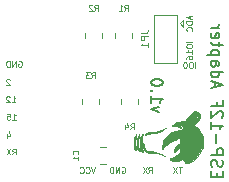
<source format=gbr>
%TF.GenerationSoftware,KiCad,Pcbnew,7.0.7*%
%TF.CreationDate,2024-02-13T12:42:50+00:00*%
%TF.ProjectId,gosund-esp-adapter,676f7375-6e64-42d6-9573-702d61646170,rev?*%
%TF.SameCoordinates,Original*%
%TF.FileFunction,Legend,Bot*%
%TF.FilePolarity,Positive*%
%FSLAX46Y46*%
G04 Gerber Fmt 4.6, Leading zero omitted, Abs format (unit mm)*
G04 Created by KiCad (PCBNEW 7.0.7) date 2024-02-13 12:42:50*
%MOMM*%
%LPD*%
G01*
G04 APERTURE LIST*
%ADD10C,0.150000*%
%ADD11C,0.125000*%
%ADD12C,0.010000*%
%ADD13C,0.120000*%
G04 APERTURE END LIST*
D10*
X162517847Y-117252570D02*
X161851180Y-117014475D01*
X161851180Y-117014475D02*
X162517847Y-116776380D01*
X161851180Y-115871618D02*
X161851180Y-116443046D01*
X161851180Y-116157332D02*
X162851180Y-116157332D01*
X162851180Y-116157332D02*
X162708323Y-116252570D01*
X162708323Y-116252570D02*
X162613085Y-116347808D01*
X162613085Y-116347808D02*
X162565466Y-116443046D01*
X161946419Y-115443046D02*
X161898800Y-115395427D01*
X161898800Y-115395427D02*
X161851180Y-115443046D01*
X161851180Y-115443046D02*
X161898800Y-115490665D01*
X161898800Y-115490665D02*
X161946419Y-115443046D01*
X161946419Y-115443046D02*
X161851180Y-115443046D01*
X162851180Y-114776380D02*
X162851180Y-114681142D01*
X162851180Y-114681142D02*
X162803561Y-114585904D01*
X162803561Y-114585904D02*
X162755942Y-114538285D01*
X162755942Y-114538285D02*
X162660704Y-114490666D01*
X162660704Y-114490666D02*
X162470228Y-114443047D01*
X162470228Y-114443047D02*
X162232133Y-114443047D01*
X162232133Y-114443047D02*
X162041657Y-114490666D01*
X162041657Y-114490666D02*
X161946419Y-114538285D01*
X161946419Y-114538285D02*
X161898800Y-114585904D01*
X161898800Y-114585904D02*
X161851180Y-114681142D01*
X161851180Y-114681142D02*
X161851180Y-114776380D01*
X161851180Y-114776380D02*
X161898800Y-114871618D01*
X161898800Y-114871618D02*
X161946419Y-114919237D01*
X161946419Y-114919237D02*
X162041657Y-114966856D01*
X162041657Y-114966856D02*
X162232133Y-115014475D01*
X162232133Y-115014475D02*
X162470228Y-115014475D01*
X162470228Y-115014475D02*
X162660704Y-114966856D01*
X162660704Y-114966856D02*
X162755942Y-114919237D01*
X162755942Y-114919237D02*
X162803561Y-114871618D01*
X162803561Y-114871618D02*
X162851180Y-114776380D01*
D11*
X150056463Y-116404409D02*
X150342177Y-116404409D01*
X150199320Y-116404409D02*
X150199320Y-115904409D01*
X150199320Y-115904409D02*
X150246939Y-115975838D01*
X150246939Y-115975838D02*
X150294558Y-116023457D01*
X150294558Y-116023457D02*
X150342177Y-116047266D01*
X149865987Y-115952028D02*
X149842178Y-115928219D01*
X149842178Y-115928219D02*
X149794559Y-115904409D01*
X149794559Y-115904409D02*
X149675511Y-115904409D01*
X149675511Y-115904409D02*
X149627892Y-115928219D01*
X149627892Y-115928219D02*
X149604083Y-115952028D01*
X149604083Y-115952028D02*
X149580273Y-115999647D01*
X149580273Y-115999647D02*
X149580273Y-116047266D01*
X149580273Y-116047266D02*
X149604083Y-116118695D01*
X149604083Y-116118695D02*
X149889797Y-116404409D01*
X149889797Y-116404409D02*
X149580273Y-116404409D01*
X149865987Y-114478828D02*
X149842178Y-114455019D01*
X149842178Y-114455019D02*
X149794559Y-114431209D01*
X149794559Y-114431209D02*
X149675511Y-114431209D01*
X149675511Y-114431209D02*
X149627892Y-114455019D01*
X149627892Y-114455019D02*
X149604083Y-114478828D01*
X149604083Y-114478828D02*
X149580273Y-114526447D01*
X149580273Y-114526447D02*
X149580273Y-114574066D01*
X149580273Y-114574066D02*
X149604083Y-114645495D01*
X149604083Y-114645495D02*
X149889797Y-114931209D01*
X149889797Y-114931209D02*
X149580273Y-114931209D01*
X150627893Y-112931019D02*
X150675512Y-112907209D01*
X150675512Y-112907209D02*
X150746941Y-112907209D01*
X150746941Y-112907209D02*
X150818369Y-112931019D01*
X150818369Y-112931019D02*
X150865988Y-112978638D01*
X150865988Y-112978638D02*
X150889798Y-113026257D01*
X150889798Y-113026257D02*
X150913607Y-113121495D01*
X150913607Y-113121495D02*
X150913607Y-113192923D01*
X150913607Y-113192923D02*
X150889798Y-113288161D01*
X150889798Y-113288161D02*
X150865988Y-113335780D01*
X150865988Y-113335780D02*
X150818369Y-113383400D01*
X150818369Y-113383400D02*
X150746941Y-113407209D01*
X150746941Y-113407209D02*
X150699322Y-113407209D01*
X150699322Y-113407209D02*
X150627893Y-113383400D01*
X150627893Y-113383400D02*
X150604084Y-113359590D01*
X150604084Y-113359590D02*
X150604084Y-113192923D01*
X150604084Y-113192923D02*
X150699322Y-113192923D01*
X150389798Y-113407209D02*
X150389798Y-112907209D01*
X150389798Y-112907209D02*
X150104084Y-113407209D01*
X150104084Y-113407209D02*
X150104084Y-112907209D01*
X149865988Y-113407209D02*
X149865988Y-112907209D01*
X149865988Y-112907209D02*
X149746940Y-112907209D01*
X149746940Y-112907209D02*
X149675512Y-112931019D01*
X149675512Y-112931019D02*
X149627893Y-112978638D01*
X149627893Y-112978638D02*
X149604083Y-113026257D01*
X149604083Y-113026257D02*
X149580274Y-113121495D01*
X149580274Y-113121495D02*
X149580274Y-113192923D01*
X149580274Y-113192923D02*
X149604083Y-113288161D01*
X149604083Y-113288161D02*
X149627893Y-113335780D01*
X149627893Y-113335780D02*
X149675512Y-113383400D01*
X149675512Y-113383400D02*
X149746940Y-113407209D01*
X149746940Y-113407209D02*
X149865988Y-113407209D01*
X150107264Y-120824009D02*
X150273930Y-120585914D01*
X150392978Y-120824009D02*
X150392978Y-120324009D01*
X150392978Y-120324009D02*
X150202502Y-120324009D01*
X150202502Y-120324009D02*
X150154883Y-120347819D01*
X150154883Y-120347819D02*
X150131073Y-120371628D01*
X150131073Y-120371628D02*
X150107264Y-120419247D01*
X150107264Y-120419247D02*
X150107264Y-120490676D01*
X150107264Y-120490676D02*
X150131073Y-120538295D01*
X150131073Y-120538295D02*
X150154883Y-120562104D01*
X150154883Y-120562104D02*
X150202502Y-120585914D01*
X150202502Y-120585914D02*
X150392978Y-120585914D01*
X149940597Y-120324009D02*
X149607264Y-120824009D01*
X149607264Y-120324009D02*
X149940597Y-120824009D01*
X165324809Y-111275905D02*
X164824809Y-111275905D01*
X164824809Y-111609238D02*
X164824809Y-111704476D01*
X164824809Y-111704476D02*
X164848619Y-111752095D01*
X164848619Y-111752095D02*
X164896238Y-111799714D01*
X164896238Y-111799714D02*
X164991476Y-111823524D01*
X164991476Y-111823524D02*
X165158142Y-111823524D01*
X165158142Y-111823524D02*
X165253380Y-111799714D01*
X165253380Y-111799714D02*
X165301000Y-111752095D01*
X165301000Y-111752095D02*
X165324809Y-111704476D01*
X165324809Y-111704476D02*
X165324809Y-111609238D01*
X165324809Y-111609238D02*
X165301000Y-111561619D01*
X165301000Y-111561619D02*
X165253380Y-111514000D01*
X165253380Y-111514000D02*
X165158142Y-111490191D01*
X165158142Y-111490191D02*
X164991476Y-111490191D01*
X164991476Y-111490191D02*
X164896238Y-111514000D01*
X164896238Y-111514000D02*
X164848619Y-111561619D01*
X164848619Y-111561619D02*
X164824809Y-111609238D01*
X165324809Y-112299715D02*
X165324809Y-112014001D01*
X165324809Y-112156858D02*
X164824809Y-112156858D01*
X164824809Y-112156858D02*
X164896238Y-112109239D01*
X164896238Y-112109239D02*
X164943857Y-112061620D01*
X164943857Y-112061620D02*
X164967666Y-112014001D01*
X164824809Y-112728286D02*
X164824809Y-112633048D01*
X164824809Y-112633048D02*
X164848619Y-112585429D01*
X164848619Y-112585429D02*
X164872428Y-112561619D01*
X164872428Y-112561619D02*
X164943857Y-112514000D01*
X164943857Y-112514000D02*
X165039095Y-112490191D01*
X165039095Y-112490191D02*
X165229571Y-112490191D01*
X165229571Y-112490191D02*
X165277190Y-112514000D01*
X165277190Y-112514000D02*
X165301000Y-112537810D01*
X165301000Y-112537810D02*
X165324809Y-112585429D01*
X165324809Y-112585429D02*
X165324809Y-112680667D01*
X165324809Y-112680667D02*
X165301000Y-112728286D01*
X165301000Y-112728286D02*
X165277190Y-112752095D01*
X165277190Y-112752095D02*
X165229571Y-112775905D01*
X165229571Y-112775905D02*
X165110523Y-112775905D01*
X165110523Y-112775905D02*
X165062904Y-112752095D01*
X165062904Y-112752095D02*
X165039095Y-112728286D01*
X165039095Y-112728286D02*
X165015285Y-112680667D01*
X165015285Y-112680667D02*
X165015285Y-112585429D01*
X165015285Y-112585429D02*
X165039095Y-112537810D01*
X165039095Y-112537810D02*
X165062904Y-112514000D01*
X165062904Y-112514000D02*
X165110523Y-112490191D01*
X164464951Y-121898809D02*
X164179237Y-121898809D01*
X164322094Y-122398809D02*
X164322094Y-121898809D01*
X164060190Y-121898809D02*
X163726857Y-122398809D01*
X163726857Y-121898809D02*
X164060190Y-122398809D01*
X159384952Y-121922619D02*
X159432571Y-121898809D01*
X159432571Y-121898809D02*
X159504000Y-121898809D01*
X159504000Y-121898809D02*
X159575428Y-121922619D01*
X159575428Y-121922619D02*
X159623047Y-121970238D01*
X159623047Y-121970238D02*
X159646857Y-122017857D01*
X159646857Y-122017857D02*
X159670666Y-122113095D01*
X159670666Y-122113095D02*
X159670666Y-122184523D01*
X159670666Y-122184523D02*
X159646857Y-122279761D01*
X159646857Y-122279761D02*
X159623047Y-122327380D01*
X159623047Y-122327380D02*
X159575428Y-122375000D01*
X159575428Y-122375000D02*
X159504000Y-122398809D01*
X159504000Y-122398809D02*
X159456381Y-122398809D01*
X159456381Y-122398809D02*
X159384952Y-122375000D01*
X159384952Y-122375000D02*
X159361143Y-122351190D01*
X159361143Y-122351190D02*
X159361143Y-122184523D01*
X159361143Y-122184523D02*
X159456381Y-122184523D01*
X159146857Y-122398809D02*
X159146857Y-121898809D01*
X159146857Y-121898809D02*
X158861143Y-122398809D01*
X158861143Y-122398809D02*
X158861143Y-121898809D01*
X158623047Y-122398809D02*
X158623047Y-121898809D01*
X158623047Y-121898809D02*
X158503999Y-121898809D01*
X158503999Y-121898809D02*
X158432571Y-121922619D01*
X158432571Y-121922619D02*
X158384952Y-121970238D01*
X158384952Y-121970238D02*
X158361142Y-122017857D01*
X158361142Y-122017857D02*
X158337333Y-122113095D01*
X158337333Y-122113095D02*
X158337333Y-122184523D01*
X158337333Y-122184523D02*
X158361142Y-122279761D01*
X158361142Y-122279761D02*
X158384952Y-122327380D01*
X158384952Y-122327380D02*
X158432571Y-122375000D01*
X158432571Y-122375000D02*
X158503999Y-122398809D01*
X158503999Y-122398809D02*
X158623047Y-122398809D01*
X161627333Y-122398809D02*
X161793999Y-122160714D01*
X161913047Y-122398809D02*
X161913047Y-121898809D01*
X161913047Y-121898809D02*
X161722571Y-121898809D01*
X161722571Y-121898809D02*
X161674952Y-121922619D01*
X161674952Y-121922619D02*
X161651142Y-121946428D01*
X161651142Y-121946428D02*
X161627333Y-121994047D01*
X161627333Y-121994047D02*
X161627333Y-122065476D01*
X161627333Y-122065476D02*
X161651142Y-122113095D01*
X161651142Y-122113095D02*
X161674952Y-122136904D01*
X161674952Y-122136904D02*
X161722571Y-122160714D01*
X161722571Y-122160714D02*
X161913047Y-122160714D01*
X161460666Y-121898809D02*
X161127333Y-122398809D01*
X161127333Y-121898809D02*
X161460666Y-122398809D01*
X149678692Y-119068276D02*
X149678692Y-119401609D01*
X149797740Y-118877800D02*
X149916787Y-119234942D01*
X149916787Y-119234942D02*
X149607264Y-119234942D01*
D10*
X167454990Y-122712952D02*
X167454990Y-122379619D01*
X166931180Y-122236762D02*
X166931180Y-122712952D01*
X166931180Y-122712952D02*
X167931180Y-122712952D01*
X167931180Y-122712952D02*
X167931180Y-122236762D01*
X166978800Y-121855809D02*
X166931180Y-121712952D01*
X166931180Y-121712952D02*
X166931180Y-121474857D01*
X166931180Y-121474857D02*
X166978800Y-121379619D01*
X166978800Y-121379619D02*
X167026419Y-121332000D01*
X167026419Y-121332000D02*
X167121657Y-121284381D01*
X167121657Y-121284381D02*
X167216895Y-121284381D01*
X167216895Y-121284381D02*
X167312133Y-121332000D01*
X167312133Y-121332000D02*
X167359752Y-121379619D01*
X167359752Y-121379619D02*
X167407371Y-121474857D01*
X167407371Y-121474857D02*
X167454990Y-121665333D01*
X167454990Y-121665333D02*
X167502609Y-121760571D01*
X167502609Y-121760571D02*
X167550228Y-121808190D01*
X167550228Y-121808190D02*
X167645466Y-121855809D01*
X167645466Y-121855809D02*
X167740704Y-121855809D01*
X167740704Y-121855809D02*
X167835942Y-121808190D01*
X167835942Y-121808190D02*
X167883561Y-121760571D01*
X167883561Y-121760571D02*
X167931180Y-121665333D01*
X167931180Y-121665333D02*
X167931180Y-121427238D01*
X167931180Y-121427238D02*
X167883561Y-121284381D01*
X166931180Y-120855809D02*
X167931180Y-120855809D01*
X167931180Y-120855809D02*
X167931180Y-120474857D01*
X167931180Y-120474857D02*
X167883561Y-120379619D01*
X167883561Y-120379619D02*
X167835942Y-120332000D01*
X167835942Y-120332000D02*
X167740704Y-120284381D01*
X167740704Y-120284381D02*
X167597847Y-120284381D01*
X167597847Y-120284381D02*
X167502609Y-120332000D01*
X167502609Y-120332000D02*
X167454990Y-120379619D01*
X167454990Y-120379619D02*
X167407371Y-120474857D01*
X167407371Y-120474857D02*
X167407371Y-120855809D01*
X167312133Y-119855809D02*
X167312133Y-119093905D01*
X166931180Y-118093905D02*
X166931180Y-118665333D01*
X166931180Y-118379619D02*
X167931180Y-118379619D01*
X167931180Y-118379619D02*
X167788323Y-118474857D01*
X167788323Y-118474857D02*
X167693085Y-118570095D01*
X167693085Y-118570095D02*
X167645466Y-118665333D01*
X167835942Y-117712952D02*
X167883561Y-117665333D01*
X167883561Y-117665333D02*
X167931180Y-117570095D01*
X167931180Y-117570095D02*
X167931180Y-117332000D01*
X167931180Y-117332000D02*
X167883561Y-117236762D01*
X167883561Y-117236762D02*
X167835942Y-117189143D01*
X167835942Y-117189143D02*
X167740704Y-117141524D01*
X167740704Y-117141524D02*
X167645466Y-117141524D01*
X167645466Y-117141524D02*
X167502609Y-117189143D01*
X167502609Y-117189143D02*
X166931180Y-117760571D01*
X166931180Y-117760571D02*
X166931180Y-117141524D01*
X167454990Y-116379619D02*
X167454990Y-116712952D01*
X166931180Y-116712952D02*
X167931180Y-116712952D01*
X167931180Y-116712952D02*
X167931180Y-116236762D01*
X167216895Y-115141523D02*
X167216895Y-114665333D01*
X166931180Y-115236761D02*
X167931180Y-114903428D01*
X167931180Y-114903428D02*
X166931180Y-114570095D01*
X166931180Y-113808190D02*
X167931180Y-113808190D01*
X166978800Y-113808190D02*
X166931180Y-113903428D01*
X166931180Y-113903428D02*
X166931180Y-114093904D01*
X166931180Y-114093904D02*
X166978800Y-114189142D01*
X166978800Y-114189142D02*
X167026419Y-114236761D01*
X167026419Y-114236761D02*
X167121657Y-114284380D01*
X167121657Y-114284380D02*
X167407371Y-114284380D01*
X167407371Y-114284380D02*
X167502609Y-114236761D01*
X167502609Y-114236761D02*
X167550228Y-114189142D01*
X167550228Y-114189142D02*
X167597847Y-114093904D01*
X167597847Y-114093904D02*
X167597847Y-113903428D01*
X167597847Y-113903428D02*
X167550228Y-113808190D01*
X166931180Y-112903428D02*
X167454990Y-112903428D01*
X167454990Y-112903428D02*
X167550228Y-112951047D01*
X167550228Y-112951047D02*
X167597847Y-113046285D01*
X167597847Y-113046285D02*
X167597847Y-113236761D01*
X167597847Y-113236761D02*
X167550228Y-113331999D01*
X166978800Y-112903428D02*
X166931180Y-112998666D01*
X166931180Y-112998666D02*
X166931180Y-113236761D01*
X166931180Y-113236761D02*
X166978800Y-113331999D01*
X166978800Y-113331999D02*
X167074038Y-113379618D01*
X167074038Y-113379618D02*
X167169276Y-113379618D01*
X167169276Y-113379618D02*
X167264514Y-113331999D01*
X167264514Y-113331999D02*
X167312133Y-113236761D01*
X167312133Y-113236761D02*
X167312133Y-112998666D01*
X167312133Y-112998666D02*
X167359752Y-112903428D01*
X167597847Y-112427237D02*
X166597847Y-112427237D01*
X167550228Y-112427237D02*
X167597847Y-112331999D01*
X167597847Y-112331999D02*
X167597847Y-112141523D01*
X167597847Y-112141523D02*
X167550228Y-112046285D01*
X167550228Y-112046285D02*
X167502609Y-111998666D01*
X167502609Y-111998666D02*
X167407371Y-111951047D01*
X167407371Y-111951047D02*
X167121657Y-111951047D01*
X167121657Y-111951047D02*
X167026419Y-111998666D01*
X167026419Y-111998666D02*
X166978800Y-112046285D01*
X166978800Y-112046285D02*
X166931180Y-112141523D01*
X166931180Y-112141523D02*
X166931180Y-112331999D01*
X166931180Y-112331999D02*
X166978800Y-112427237D01*
X167597847Y-111665332D02*
X167597847Y-111284380D01*
X167931180Y-111522475D02*
X167074038Y-111522475D01*
X167074038Y-111522475D02*
X166978800Y-111474856D01*
X166978800Y-111474856D02*
X166931180Y-111379618D01*
X166931180Y-111379618D02*
X166931180Y-111284380D01*
X166978800Y-110570094D02*
X166931180Y-110665332D01*
X166931180Y-110665332D02*
X166931180Y-110855808D01*
X166931180Y-110855808D02*
X166978800Y-110951046D01*
X166978800Y-110951046D02*
X167074038Y-110998665D01*
X167074038Y-110998665D02*
X167454990Y-110998665D01*
X167454990Y-110998665D02*
X167550228Y-110951046D01*
X167550228Y-110951046D02*
X167597847Y-110855808D01*
X167597847Y-110855808D02*
X167597847Y-110665332D01*
X167597847Y-110665332D02*
X167550228Y-110570094D01*
X167550228Y-110570094D02*
X167454990Y-110522475D01*
X167454990Y-110522475D02*
X167359752Y-110522475D01*
X167359752Y-110522475D02*
X167264514Y-110998665D01*
X166931180Y-110093903D02*
X167597847Y-110093903D01*
X167407371Y-110093903D02*
X167502609Y-110046284D01*
X167502609Y-110046284D02*
X167550228Y-109998665D01*
X167550228Y-109998665D02*
X167597847Y-109903427D01*
X167597847Y-109903427D02*
X167597847Y-109808189D01*
D11*
X165181952Y-109108953D02*
X165181952Y-109347048D01*
X165324809Y-109061334D02*
X164824809Y-109228000D01*
X164824809Y-109228000D02*
X165324809Y-109394667D01*
X165324809Y-109561333D02*
X164824809Y-109561333D01*
X164824809Y-109561333D02*
X164824809Y-109680381D01*
X164824809Y-109680381D02*
X164848619Y-109751809D01*
X164848619Y-109751809D02*
X164896238Y-109799428D01*
X164896238Y-109799428D02*
X164943857Y-109823238D01*
X164943857Y-109823238D02*
X165039095Y-109847047D01*
X165039095Y-109847047D02*
X165110523Y-109847047D01*
X165110523Y-109847047D02*
X165205761Y-109823238D01*
X165205761Y-109823238D02*
X165253380Y-109799428D01*
X165253380Y-109799428D02*
X165301000Y-109751809D01*
X165301000Y-109751809D02*
X165324809Y-109680381D01*
X165324809Y-109680381D02*
X165324809Y-109561333D01*
X165277190Y-110347047D02*
X165301000Y-110323238D01*
X165301000Y-110323238D02*
X165324809Y-110251809D01*
X165324809Y-110251809D02*
X165324809Y-110204190D01*
X165324809Y-110204190D02*
X165301000Y-110132762D01*
X165301000Y-110132762D02*
X165253380Y-110085143D01*
X165253380Y-110085143D02*
X165205761Y-110061333D01*
X165205761Y-110061333D02*
X165110523Y-110037524D01*
X165110523Y-110037524D02*
X165039095Y-110037524D01*
X165039095Y-110037524D02*
X164943857Y-110061333D01*
X164943857Y-110061333D02*
X164896238Y-110085143D01*
X164896238Y-110085143D02*
X164848619Y-110132762D01*
X164848619Y-110132762D02*
X164824809Y-110204190D01*
X164824809Y-110204190D02*
X164824809Y-110251809D01*
X164824809Y-110251809D02*
X164848619Y-110323238D01*
X164848619Y-110323238D02*
X164872428Y-110347047D01*
X165599999Y-113508809D02*
X165599999Y-113008809D01*
X165266666Y-113008809D02*
X165171428Y-113008809D01*
X165171428Y-113008809D02*
X165123809Y-113032619D01*
X165123809Y-113032619D02*
X165076190Y-113080238D01*
X165076190Y-113080238D02*
X165052380Y-113175476D01*
X165052380Y-113175476D02*
X165052380Y-113342142D01*
X165052380Y-113342142D02*
X165076190Y-113437380D01*
X165076190Y-113437380D02*
X165123809Y-113485000D01*
X165123809Y-113485000D02*
X165171428Y-113508809D01*
X165171428Y-113508809D02*
X165266666Y-113508809D01*
X165266666Y-113508809D02*
X165314285Y-113485000D01*
X165314285Y-113485000D02*
X165361904Y-113437380D01*
X165361904Y-113437380D02*
X165385713Y-113342142D01*
X165385713Y-113342142D02*
X165385713Y-113175476D01*
X165385713Y-113175476D02*
X165361904Y-113080238D01*
X165361904Y-113080238D02*
X165314285Y-113032619D01*
X165314285Y-113032619D02*
X165266666Y-113008809D01*
X164742856Y-113008809D02*
X164695237Y-113008809D01*
X164695237Y-113008809D02*
X164647618Y-113032619D01*
X164647618Y-113032619D02*
X164623808Y-113056428D01*
X164623808Y-113056428D02*
X164599999Y-113104047D01*
X164599999Y-113104047D02*
X164576189Y-113199285D01*
X164576189Y-113199285D02*
X164576189Y-113318333D01*
X164576189Y-113318333D02*
X164599999Y-113413571D01*
X164599999Y-113413571D02*
X164623808Y-113461190D01*
X164623808Y-113461190D02*
X164647618Y-113485000D01*
X164647618Y-113485000D02*
X164695237Y-113508809D01*
X164695237Y-113508809D02*
X164742856Y-113508809D01*
X164742856Y-113508809D02*
X164790475Y-113485000D01*
X164790475Y-113485000D02*
X164814284Y-113461190D01*
X164814284Y-113461190D02*
X164838094Y-113413571D01*
X164838094Y-113413571D02*
X164861903Y-113318333D01*
X164861903Y-113318333D02*
X164861903Y-113199285D01*
X164861903Y-113199285D02*
X164838094Y-113104047D01*
X164838094Y-113104047D02*
X164814284Y-113056428D01*
X164814284Y-113056428D02*
X164790475Y-113032619D01*
X164790475Y-113032619D02*
X164742856Y-113008809D01*
X157130665Y-121898809D02*
X156963999Y-122398809D01*
X156963999Y-122398809D02*
X156797332Y-121898809D01*
X156344952Y-122351190D02*
X156368761Y-122375000D01*
X156368761Y-122375000D02*
X156440190Y-122398809D01*
X156440190Y-122398809D02*
X156487809Y-122398809D01*
X156487809Y-122398809D02*
X156559237Y-122375000D01*
X156559237Y-122375000D02*
X156606856Y-122327380D01*
X156606856Y-122327380D02*
X156630666Y-122279761D01*
X156630666Y-122279761D02*
X156654475Y-122184523D01*
X156654475Y-122184523D02*
X156654475Y-122113095D01*
X156654475Y-122113095D02*
X156630666Y-122017857D01*
X156630666Y-122017857D02*
X156606856Y-121970238D01*
X156606856Y-121970238D02*
X156559237Y-121922619D01*
X156559237Y-121922619D02*
X156487809Y-121898809D01*
X156487809Y-121898809D02*
X156440190Y-121898809D01*
X156440190Y-121898809D02*
X156368761Y-121922619D01*
X156368761Y-121922619D02*
X156344952Y-121946428D01*
X155844952Y-122351190D02*
X155868761Y-122375000D01*
X155868761Y-122375000D02*
X155940190Y-122398809D01*
X155940190Y-122398809D02*
X155987809Y-122398809D01*
X155987809Y-122398809D02*
X156059237Y-122375000D01*
X156059237Y-122375000D02*
X156106856Y-122327380D01*
X156106856Y-122327380D02*
X156130666Y-122279761D01*
X156130666Y-122279761D02*
X156154475Y-122184523D01*
X156154475Y-122184523D02*
X156154475Y-122113095D01*
X156154475Y-122113095D02*
X156130666Y-122017857D01*
X156130666Y-122017857D02*
X156106856Y-121970238D01*
X156106856Y-121970238D02*
X156059237Y-121922619D01*
X156059237Y-121922619D02*
X155987809Y-121898809D01*
X155987809Y-121898809D02*
X155940190Y-121898809D01*
X155940190Y-121898809D02*
X155868761Y-121922619D01*
X155868761Y-121922619D02*
X155844952Y-121946428D01*
X150107263Y-117877609D02*
X150392977Y-117877609D01*
X150250120Y-117877609D02*
X150250120Y-117377609D01*
X150250120Y-117377609D02*
X150297739Y-117449038D01*
X150297739Y-117449038D02*
X150345358Y-117496657D01*
X150345358Y-117496657D02*
X150392977Y-117520466D01*
X149654883Y-117377609D02*
X149892978Y-117377609D01*
X149892978Y-117377609D02*
X149916787Y-117615704D01*
X149916787Y-117615704D02*
X149892978Y-117591895D01*
X149892978Y-117591895D02*
X149845359Y-117568085D01*
X149845359Y-117568085D02*
X149726311Y-117568085D01*
X149726311Y-117568085D02*
X149678692Y-117591895D01*
X149678692Y-117591895D02*
X149654883Y-117615704D01*
X149654883Y-117615704D02*
X149631073Y-117663323D01*
X149631073Y-117663323D02*
X149631073Y-117782371D01*
X149631073Y-117782371D02*
X149654883Y-117829990D01*
X149654883Y-117829990D02*
X149678692Y-117853800D01*
X149678692Y-117853800D02*
X149726311Y-117877609D01*
X149726311Y-117877609D02*
X149845359Y-117877609D01*
X149845359Y-117877609D02*
X149892978Y-117853800D01*
X149892978Y-117853800D02*
X149916787Y-117829990D01*
X160961071Y-110527999D02*
X161389642Y-110527999D01*
X161389642Y-110527999D02*
X161475357Y-110499428D01*
X161475357Y-110499428D02*
X161532500Y-110442285D01*
X161532500Y-110442285D02*
X161561071Y-110356571D01*
X161561071Y-110356571D02*
X161561071Y-110299428D01*
X161561071Y-110813714D02*
X160961071Y-110813714D01*
X160961071Y-110813714D02*
X160961071Y-111042285D01*
X160961071Y-111042285D02*
X160989642Y-111099428D01*
X160989642Y-111099428D02*
X161018214Y-111127999D01*
X161018214Y-111127999D02*
X161075357Y-111156571D01*
X161075357Y-111156571D02*
X161161071Y-111156571D01*
X161161071Y-111156571D02*
X161218214Y-111127999D01*
X161218214Y-111127999D02*
X161246785Y-111099428D01*
X161246785Y-111099428D02*
X161275357Y-111042285D01*
X161275357Y-111042285D02*
X161275357Y-110813714D01*
X161561071Y-111727999D02*
X161561071Y-111385142D01*
X161561071Y-111556571D02*
X160961071Y-111556571D01*
X160961071Y-111556571D02*
X161046785Y-111499428D01*
X161046785Y-111499428D02*
X161103928Y-111442285D01*
X161103928Y-111442285D02*
X161132500Y-111385142D01*
X159595333Y-108650809D02*
X159761999Y-108412714D01*
X159881047Y-108650809D02*
X159881047Y-108150809D01*
X159881047Y-108150809D02*
X159690571Y-108150809D01*
X159690571Y-108150809D02*
X159642952Y-108174619D01*
X159642952Y-108174619D02*
X159619142Y-108198428D01*
X159619142Y-108198428D02*
X159595333Y-108246047D01*
X159595333Y-108246047D02*
X159595333Y-108317476D01*
X159595333Y-108317476D02*
X159619142Y-108365095D01*
X159619142Y-108365095D02*
X159642952Y-108388904D01*
X159642952Y-108388904D02*
X159690571Y-108412714D01*
X159690571Y-108412714D02*
X159881047Y-108412714D01*
X159119142Y-108650809D02*
X159404856Y-108650809D01*
X159261999Y-108650809D02*
X159261999Y-108150809D01*
X159261999Y-108150809D02*
X159309618Y-108222238D01*
X159309618Y-108222238D02*
X159357237Y-108269857D01*
X159357237Y-108269857D02*
X159404856Y-108293666D01*
X156801333Y-114372409D02*
X156967999Y-114134314D01*
X157087047Y-114372409D02*
X157087047Y-113872409D01*
X157087047Y-113872409D02*
X156896571Y-113872409D01*
X156896571Y-113872409D02*
X156848952Y-113896219D01*
X156848952Y-113896219D02*
X156825142Y-113920028D01*
X156825142Y-113920028D02*
X156801333Y-113967647D01*
X156801333Y-113967647D02*
X156801333Y-114039076D01*
X156801333Y-114039076D02*
X156825142Y-114086695D01*
X156825142Y-114086695D02*
X156848952Y-114110504D01*
X156848952Y-114110504D02*
X156896571Y-114134314D01*
X156896571Y-114134314D02*
X157087047Y-114134314D01*
X156634666Y-113872409D02*
X156325142Y-113872409D01*
X156325142Y-113872409D02*
X156491809Y-114062885D01*
X156491809Y-114062885D02*
X156420380Y-114062885D01*
X156420380Y-114062885D02*
X156372761Y-114086695D01*
X156372761Y-114086695D02*
X156348952Y-114110504D01*
X156348952Y-114110504D02*
X156325142Y-114158123D01*
X156325142Y-114158123D02*
X156325142Y-114277171D01*
X156325142Y-114277171D02*
X156348952Y-114324790D01*
X156348952Y-114324790D02*
X156372761Y-114348600D01*
X156372761Y-114348600D02*
X156420380Y-114372409D01*
X156420380Y-114372409D02*
X156563237Y-114372409D01*
X156563237Y-114372409D02*
X156610856Y-114348600D01*
X156610856Y-114348600D02*
X156634666Y-114324790D01*
X157055333Y-108650809D02*
X157221999Y-108412714D01*
X157341047Y-108650809D02*
X157341047Y-108150809D01*
X157341047Y-108150809D02*
X157150571Y-108150809D01*
X157150571Y-108150809D02*
X157102952Y-108174619D01*
X157102952Y-108174619D02*
X157079142Y-108198428D01*
X157079142Y-108198428D02*
X157055333Y-108246047D01*
X157055333Y-108246047D02*
X157055333Y-108317476D01*
X157055333Y-108317476D02*
X157079142Y-108365095D01*
X157079142Y-108365095D02*
X157102952Y-108388904D01*
X157102952Y-108388904D02*
X157150571Y-108412714D01*
X157150571Y-108412714D02*
X157341047Y-108412714D01*
X156864856Y-108198428D02*
X156841047Y-108174619D01*
X156841047Y-108174619D02*
X156793428Y-108150809D01*
X156793428Y-108150809D02*
X156674380Y-108150809D01*
X156674380Y-108150809D02*
X156626761Y-108174619D01*
X156626761Y-108174619D02*
X156602952Y-108198428D01*
X156602952Y-108198428D02*
X156579142Y-108246047D01*
X156579142Y-108246047D02*
X156579142Y-108293666D01*
X156579142Y-108293666D02*
X156602952Y-108365095D01*
X156602952Y-108365095D02*
X156888666Y-108650809D01*
X156888666Y-108650809D02*
X156579142Y-108650809D01*
X160103333Y-118699809D02*
X160269999Y-118461714D01*
X160389047Y-118699809D02*
X160389047Y-118199809D01*
X160389047Y-118199809D02*
X160198571Y-118199809D01*
X160198571Y-118199809D02*
X160150952Y-118223619D01*
X160150952Y-118223619D02*
X160127142Y-118247428D01*
X160127142Y-118247428D02*
X160103333Y-118295047D01*
X160103333Y-118295047D02*
X160103333Y-118366476D01*
X160103333Y-118366476D02*
X160127142Y-118414095D01*
X160127142Y-118414095D02*
X160150952Y-118437904D01*
X160150952Y-118437904D02*
X160198571Y-118461714D01*
X160198571Y-118461714D02*
X160389047Y-118461714D01*
X159674761Y-118366476D02*
X159674761Y-118699809D01*
X159793809Y-118176000D02*
X159912856Y-118533142D01*
X159912856Y-118533142D02*
X159603333Y-118533142D01*
X155646690Y-120820666D02*
X155670500Y-120796857D01*
X155670500Y-120796857D02*
X155694309Y-120725428D01*
X155694309Y-120725428D02*
X155694309Y-120677809D01*
X155694309Y-120677809D02*
X155670500Y-120606381D01*
X155670500Y-120606381D02*
X155622880Y-120558762D01*
X155622880Y-120558762D02*
X155575261Y-120534952D01*
X155575261Y-120534952D02*
X155480023Y-120511143D01*
X155480023Y-120511143D02*
X155408595Y-120511143D01*
X155408595Y-120511143D02*
X155313357Y-120534952D01*
X155313357Y-120534952D02*
X155265738Y-120558762D01*
X155265738Y-120558762D02*
X155218119Y-120606381D01*
X155218119Y-120606381D02*
X155194309Y-120677809D01*
X155194309Y-120677809D02*
X155194309Y-120725428D01*
X155194309Y-120725428D02*
X155218119Y-120796857D01*
X155218119Y-120796857D02*
X155241928Y-120820666D01*
X155694309Y-121296857D02*
X155694309Y-121011143D01*
X155694309Y-121154000D02*
X155194309Y-121154000D01*
X155194309Y-121154000D02*
X155265738Y-121106381D01*
X155265738Y-121106381D02*
X155313357Y-121058762D01*
X155313357Y-121058762D02*
X155337166Y-121011143D01*
%TO.C,G\u002A\u002A\u002A*%
D12*
X160600488Y-119150957D02*
X160589462Y-119211277D01*
X160568055Y-119296646D01*
X160541528Y-119414499D01*
X160515810Y-119611121D01*
X160506672Y-119816385D01*
X160514762Y-120009637D01*
X160540725Y-120170222D01*
X160564632Y-120263939D01*
X160588313Y-120357168D01*
X160603433Y-120417167D01*
X160605688Y-120426908D01*
X160602828Y-120469734D01*
X160560506Y-120480667D01*
X160514883Y-120469044D01*
X160476518Y-120427730D01*
X160440880Y-120347992D01*
X160402659Y-120221096D01*
X160383021Y-120133834D01*
X160361731Y-119902231D01*
X160378469Y-119665101D01*
X160431190Y-119439812D01*
X160517845Y-119243729D01*
X160544703Y-119199877D01*
X160581218Y-119147934D01*
X160600005Y-119132153D01*
X160600488Y-119150957D01*
G36*
X160600488Y-119150957D02*
G01*
X160589462Y-119211277D01*
X160568055Y-119296646D01*
X160541528Y-119414499D01*
X160515810Y-119611121D01*
X160506672Y-119816385D01*
X160514762Y-120009637D01*
X160540725Y-120170222D01*
X160564632Y-120263939D01*
X160588313Y-120357168D01*
X160603433Y-120417167D01*
X160605688Y-120426908D01*
X160602828Y-120469734D01*
X160560506Y-120480667D01*
X160514883Y-120469044D01*
X160476518Y-120427730D01*
X160440880Y-120347992D01*
X160402659Y-120221096D01*
X160383021Y-120133834D01*
X160361731Y-119902231D01*
X160378469Y-119665101D01*
X160431190Y-119439812D01*
X160517845Y-119243729D01*
X160544703Y-119199877D01*
X160581218Y-119147934D01*
X160600005Y-119132153D01*
X160600488Y-119150957D01*
G37*
X160855851Y-119154222D02*
X160831276Y-119261434D01*
X160778330Y-119569969D01*
X160761142Y-119845702D01*
X160779556Y-120096734D01*
X160833419Y-120331170D01*
X160858090Y-120418345D01*
X160872836Y-120488899D01*
X160872701Y-120521670D01*
X160853121Y-120535352D01*
X160802103Y-120530414D01*
X160747871Y-120478692D01*
X160695564Y-120386251D01*
X160650322Y-120259161D01*
X160635364Y-120185186D01*
X160622807Y-120039452D01*
X160621931Y-119870951D01*
X160631999Y-119699110D01*
X160652274Y-119543353D01*
X160682021Y-119423105D01*
X160692921Y-119394254D01*
X160729003Y-119313066D01*
X160769482Y-119236027D01*
X160808382Y-119172380D01*
X160839727Y-119131368D01*
X160857542Y-119122234D01*
X160855851Y-119154222D01*
G36*
X160855851Y-119154222D02*
G01*
X160831276Y-119261434D01*
X160778330Y-119569969D01*
X160761142Y-119845702D01*
X160779556Y-120096734D01*
X160833419Y-120331170D01*
X160858090Y-120418345D01*
X160872836Y-120488899D01*
X160872701Y-120521670D01*
X160853121Y-120535352D01*
X160802103Y-120530414D01*
X160747871Y-120478692D01*
X160695564Y-120386251D01*
X160650322Y-120259161D01*
X160635364Y-120185186D01*
X160622807Y-120039452D01*
X160621931Y-119870951D01*
X160631999Y-119699110D01*
X160652274Y-119543353D01*
X160682021Y-119423105D01*
X160692921Y-119394254D01*
X160729003Y-119313066D01*
X160769482Y-119236027D01*
X160808382Y-119172380D01*
X160839727Y-119131368D01*
X160857542Y-119122234D01*
X160855851Y-119154222D01*
G37*
X161142536Y-119101849D02*
X161139243Y-119111958D01*
X161123643Y-119172823D01*
X161102021Y-119267949D01*
X161078012Y-119381579D01*
X161072096Y-119412276D01*
X161046732Y-119614478D01*
X161038883Y-119832079D01*
X161047930Y-120047630D01*
X161073253Y-120243677D01*
X161114233Y-120402772D01*
X161144411Y-120499546D01*
X161149432Y-120563497D01*
X161123710Y-120588534D01*
X161065800Y-120579945D01*
X161028590Y-120550437D01*
X160980801Y-120472808D01*
X160934374Y-120359398D01*
X160894525Y-120221132D01*
X160873377Y-120086685D01*
X160870134Y-119872687D01*
X160895398Y-119647003D01*
X160946596Y-119429575D01*
X161021151Y-119240346D01*
X161023724Y-119235308D01*
X161064700Y-119163474D01*
X161104357Y-119105896D01*
X161135407Y-119070890D01*
X161150562Y-119066770D01*
X161142536Y-119101849D01*
G36*
X161142536Y-119101849D02*
G01*
X161139243Y-119111958D01*
X161123643Y-119172823D01*
X161102021Y-119267949D01*
X161078012Y-119381579D01*
X161072096Y-119412276D01*
X161046732Y-119614478D01*
X161038883Y-119832079D01*
X161047930Y-120047630D01*
X161073253Y-120243677D01*
X161114233Y-120402772D01*
X161144411Y-120499546D01*
X161149432Y-120563497D01*
X161123710Y-120588534D01*
X161065800Y-120579945D01*
X161028590Y-120550437D01*
X160980801Y-120472808D01*
X160934374Y-120359398D01*
X160894525Y-120221132D01*
X160873377Y-120086685D01*
X160870134Y-119872687D01*
X160895398Y-119647003D01*
X160946596Y-119429575D01*
X161021151Y-119240346D01*
X161023724Y-119235308D01*
X161064700Y-119163474D01*
X161104357Y-119105896D01*
X161135407Y-119070890D01*
X161150562Y-119066770D01*
X161142536Y-119101849D01*
G37*
X161217395Y-120000889D02*
X161223087Y-120026197D01*
X161262156Y-120179659D01*
X161301539Y-120291120D01*
X161346499Y-120373011D01*
X161402295Y-120437765D01*
X161434565Y-120466371D01*
X161480477Y-120494840D01*
X161540497Y-120513937D01*
X161628716Y-120527707D01*
X161759222Y-120540193D01*
X161915575Y-120555578D01*
X162212690Y-120600501D01*
X162466106Y-120663576D01*
X162683088Y-120746844D01*
X162870903Y-120852344D01*
X162880310Y-120858644D01*
X162961009Y-120914356D01*
X163018112Y-120956709D01*
X163039778Y-120976967D01*
X163035029Y-120976940D01*
X162993501Y-120960058D01*
X162918430Y-120924170D01*
X162821056Y-120874541D01*
X162640611Y-120794241D01*
X162416343Y-120729568D01*
X162162733Y-120691939D01*
X161868556Y-120679050D01*
X161684023Y-120673580D01*
X161527190Y-120654503D01*
X161410409Y-120617920D01*
X161325567Y-120559891D01*
X161264551Y-120476477D01*
X161219245Y-120363737D01*
X161201786Y-120285319D01*
X161187136Y-120165634D01*
X161181891Y-120043222D01*
X161182895Y-119845667D01*
X161217395Y-120000889D01*
G36*
X161217395Y-120000889D02*
G01*
X161223087Y-120026197D01*
X161262156Y-120179659D01*
X161301539Y-120291120D01*
X161346499Y-120373011D01*
X161402295Y-120437765D01*
X161434565Y-120466371D01*
X161480477Y-120494840D01*
X161540497Y-120513937D01*
X161628716Y-120527707D01*
X161759222Y-120540193D01*
X161915575Y-120555578D01*
X162212690Y-120600501D01*
X162466106Y-120663576D01*
X162683088Y-120746844D01*
X162870903Y-120852344D01*
X162880310Y-120858644D01*
X162961009Y-120914356D01*
X163018112Y-120956709D01*
X163039778Y-120976967D01*
X163035029Y-120976940D01*
X162993501Y-120960058D01*
X162918430Y-120924170D01*
X162821056Y-120874541D01*
X162640611Y-120794241D01*
X162416343Y-120729568D01*
X162162733Y-120691939D01*
X161868556Y-120679050D01*
X161684023Y-120673580D01*
X161527190Y-120654503D01*
X161410409Y-120617920D01*
X161325567Y-120559891D01*
X161264551Y-120476477D01*
X161219245Y-120363737D01*
X161201786Y-120285319D01*
X161187136Y-120165634D01*
X161181891Y-120043222D01*
X161182895Y-119845667D01*
X161217395Y-120000889D01*
G37*
X163080029Y-118591681D02*
X163039806Y-118625462D01*
X162967913Y-118678086D01*
X162876947Y-118740229D01*
X162765763Y-118807217D01*
X162548199Y-118904006D01*
X162300001Y-118972490D01*
X162010378Y-119016104D01*
X161941049Y-119023283D01*
X161806686Y-119037401D01*
X161689622Y-119049950D01*
X161609285Y-119058858D01*
X161593018Y-119061216D01*
X161486770Y-119092171D01*
X161390563Y-119140722D01*
X161345625Y-119169246D01*
X161301212Y-119188402D01*
X161296333Y-119173939D01*
X161330436Y-119129500D01*
X161402971Y-119058729D01*
X161414467Y-119048391D01*
X161476496Y-118997694D01*
X161531948Y-118970204D01*
X161601818Y-118958877D01*
X161707100Y-118956667D01*
X161822113Y-118954845D01*
X162148213Y-118928408D01*
X162445161Y-118871797D01*
X162705844Y-118786662D01*
X162923146Y-118674652D01*
X162943286Y-118661741D01*
X163020329Y-118614710D01*
X163070480Y-118588044D01*
X163083698Y-118587211D01*
X163080029Y-118591681D01*
G36*
X163080029Y-118591681D02*
G01*
X163039806Y-118625462D01*
X162967913Y-118678086D01*
X162876947Y-118740229D01*
X162765763Y-118807217D01*
X162548199Y-118904006D01*
X162300001Y-118972490D01*
X162010378Y-119016104D01*
X161941049Y-119023283D01*
X161806686Y-119037401D01*
X161689622Y-119049950D01*
X161609285Y-119058858D01*
X161593018Y-119061216D01*
X161486770Y-119092171D01*
X161390563Y-119140722D01*
X161345625Y-119169246D01*
X161301212Y-119188402D01*
X161296333Y-119173939D01*
X161330436Y-119129500D01*
X161402971Y-119058729D01*
X161414467Y-119048391D01*
X161476496Y-118997694D01*
X161531948Y-118970204D01*
X161601818Y-118958877D01*
X161707100Y-118956667D01*
X161822113Y-118954845D01*
X162148213Y-118928408D01*
X162445161Y-118871797D01*
X162705844Y-118786662D01*
X162923146Y-118674652D01*
X162943286Y-118661741D01*
X163020329Y-118614710D01*
X163070480Y-118588044D01*
X163083698Y-118587211D01*
X163080029Y-118591681D01*
G37*
X165592762Y-117183055D02*
X165739315Y-117224721D01*
X165862111Y-117303889D01*
X165950794Y-117412535D01*
X165995010Y-117542636D01*
X165999361Y-117603545D01*
X165981072Y-117732525D01*
X165922363Y-117862060D01*
X165820050Y-117996760D01*
X165739245Y-118075058D01*
X165670950Y-118141233D01*
X165471879Y-118300088D01*
X165423836Y-118336344D01*
X165344508Y-118398846D01*
X165291841Y-118444073D01*
X165275347Y-118464088D01*
X165286142Y-118464815D01*
X165337231Y-118453037D01*
X165413715Y-118428123D01*
X165479985Y-118405398D01*
X165534366Y-118397188D01*
X165581221Y-118414602D01*
X165645820Y-118461248D01*
X165700584Y-118509053D01*
X165800116Y-118616356D01*
X165904459Y-118748323D01*
X166001319Y-118889007D01*
X166078403Y-119022457D01*
X166123095Y-119120002D01*
X166206460Y-119385503D01*
X166248327Y-119670339D01*
X166247169Y-119959428D01*
X166201457Y-120237688D01*
X166193014Y-120269461D01*
X166085053Y-120559872D01*
X165930587Y-120826469D01*
X165735273Y-121063331D01*
X165504769Y-121264535D01*
X165244733Y-121424159D01*
X164960822Y-121536281D01*
X164896278Y-121554425D01*
X164818347Y-121573808D01*
X164774545Y-121581333D01*
X164772105Y-121580913D01*
X164741746Y-121551801D01*
X164697296Y-121485914D01*
X164647465Y-121395958D01*
X164638129Y-121377747D01*
X164583714Y-121282330D01*
X164542326Y-121233483D01*
X164509187Y-121225312D01*
X164470339Y-121238760D01*
X164391613Y-121266634D01*
X164295667Y-121300989D01*
X164151187Y-121340204D01*
X163944210Y-121363823D01*
X163737209Y-121355971D01*
X163553299Y-121316177D01*
X163471507Y-121283246D01*
X163417131Y-121242961D01*
X163418896Y-121204155D01*
X163476902Y-121166328D01*
X163591252Y-121128981D01*
X163640670Y-121114277D01*
X163827218Y-121029282D01*
X164004010Y-120906412D01*
X164155486Y-120757950D01*
X164266087Y-120596182D01*
X164269673Y-120589271D01*
X164285444Y-120557829D01*
X164296896Y-120527401D01*
X164304344Y-120489785D01*
X164308104Y-120436777D01*
X164308489Y-120360176D01*
X164305816Y-120251778D01*
X164300398Y-120103381D01*
X164292551Y-119906781D01*
X164273505Y-119431673D01*
X164172885Y-119450550D01*
X164146120Y-119456342D01*
X164005543Y-119503500D01*
X163837471Y-119580626D01*
X163653224Y-119680841D01*
X163464119Y-119797267D01*
X163281477Y-119923024D01*
X163116617Y-120051232D01*
X162980857Y-120175013D01*
X162957682Y-120198207D01*
X162880795Y-120270240D01*
X162819339Y-120320603D01*
X162784915Y-120339556D01*
X162783934Y-120339508D01*
X162767580Y-120312176D01*
X162763820Y-120242858D01*
X162771279Y-120143727D01*
X162788578Y-120026961D01*
X162814339Y-119904734D01*
X162847185Y-119789222D01*
X162883440Y-119691926D01*
X163013944Y-119447528D01*
X163187676Y-119235308D01*
X163400347Y-119058422D01*
X163647671Y-118920029D01*
X163925360Y-118823286D01*
X164229128Y-118771352D01*
X164444810Y-118751877D01*
X164522678Y-118550883D01*
X164576301Y-118417151D01*
X164702884Y-118140447D01*
X164842061Y-117894074D01*
X164997712Y-117669984D01*
X165641098Y-117669984D01*
X165680922Y-117716852D01*
X165681218Y-117717097D01*
X165739245Y-117734896D01*
X165795413Y-117709416D01*
X165828425Y-117650268D01*
X165825455Y-117616084D01*
X165789211Y-117577810D01*
X165733611Y-117566131D01*
X165680516Y-117589961D01*
X165650655Y-117624507D01*
X165641098Y-117669984D01*
X164997712Y-117669984D01*
X165004741Y-117659864D01*
X165201830Y-117419649D01*
X165247196Y-117367966D01*
X165326978Y-117280070D01*
X165384737Y-117224597D01*
X165430413Y-117194143D01*
X165473945Y-117181302D01*
X165525273Y-117178667D01*
X165592762Y-117183055D01*
G36*
X165592762Y-117183055D02*
G01*
X165739315Y-117224721D01*
X165862111Y-117303889D01*
X165950794Y-117412535D01*
X165995010Y-117542636D01*
X165999361Y-117603545D01*
X165981072Y-117732525D01*
X165922363Y-117862060D01*
X165820050Y-117996760D01*
X165739245Y-118075058D01*
X165670950Y-118141233D01*
X165471879Y-118300088D01*
X165423836Y-118336344D01*
X165344508Y-118398846D01*
X165291841Y-118444073D01*
X165275347Y-118464088D01*
X165286142Y-118464815D01*
X165337231Y-118453037D01*
X165413715Y-118428123D01*
X165479985Y-118405398D01*
X165534366Y-118397188D01*
X165581221Y-118414602D01*
X165645820Y-118461248D01*
X165700584Y-118509053D01*
X165800116Y-118616356D01*
X165904459Y-118748323D01*
X166001319Y-118889007D01*
X166078403Y-119022457D01*
X166123095Y-119120002D01*
X166206460Y-119385503D01*
X166248327Y-119670339D01*
X166247169Y-119959428D01*
X166201457Y-120237688D01*
X166193014Y-120269461D01*
X166085053Y-120559872D01*
X165930587Y-120826469D01*
X165735273Y-121063331D01*
X165504769Y-121264535D01*
X165244733Y-121424159D01*
X164960822Y-121536281D01*
X164896278Y-121554425D01*
X164818347Y-121573808D01*
X164774545Y-121581333D01*
X164772105Y-121580913D01*
X164741746Y-121551801D01*
X164697296Y-121485914D01*
X164647465Y-121395958D01*
X164638129Y-121377747D01*
X164583714Y-121282330D01*
X164542326Y-121233483D01*
X164509187Y-121225312D01*
X164470339Y-121238760D01*
X164391613Y-121266634D01*
X164295667Y-121300989D01*
X164151187Y-121340204D01*
X163944210Y-121363823D01*
X163737209Y-121355971D01*
X163553299Y-121316177D01*
X163471507Y-121283246D01*
X163417131Y-121242961D01*
X163418896Y-121204155D01*
X163476902Y-121166328D01*
X163591252Y-121128981D01*
X163640670Y-121114277D01*
X163827218Y-121029282D01*
X164004010Y-120906412D01*
X164155486Y-120757950D01*
X164266087Y-120596182D01*
X164269673Y-120589271D01*
X164285444Y-120557829D01*
X164296896Y-120527401D01*
X164304344Y-120489785D01*
X164308104Y-120436777D01*
X164308489Y-120360176D01*
X164305816Y-120251778D01*
X164300398Y-120103381D01*
X164292551Y-119906781D01*
X164273505Y-119431673D01*
X164172885Y-119450550D01*
X164146120Y-119456342D01*
X164005543Y-119503500D01*
X163837471Y-119580626D01*
X163653224Y-119680841D01*
X163464119Y-119797267D01*
X163281477Y-119923024D01*
X163116617Y-120051232D01*
X162980857Y-120175013D01*
X162957682Y-120198207D01*
X162880795Y-120270240D01*
X162819339Y-120320603D01*
X162784915Y-120339556D01*
X162783934Y-120339508D01*
X162767580Y-120312176D01*
X162763820Y-120242858D01*
X162771279Y-120143727D01*
X162788578Y-120026961D01*
X162814339Y-119904734D01*
X162847185Y-119789222D01*
X162883440Y-119691926D01*
X163013944Y-119447528D01*
X163187676Y-119235308D01*
X163400347Y-119058422D01*
X163647671Y-118920029D01*
X163925360Y-118823286D01*
X164229128Y-118771352D01*
X164444810Y-118751877D01*
X164522678Y-118550883D01*
X164576301Y-118417151D01*
X164702884Y-118140447D01*
X164842061Y-117894074D01*
X164997712Y-117669984D01*
X165641098Y-117669984D01*
X165680922Y-117716852D01*
X165681218Y-117717097D01*
X165739245Y-117734896D01*
X165795413Y-117709416D01*
X165828425Y-117650268D01*
X165825455Y-117616084D01*
X165789211Y-117577810D01*
X165733611Y-117566131D01*
X165680516Y-117589961D01*
X165650655Y-117624507D01*
X165641098Y-117669984D01*
X164997712Y-117669984D01*
X165004741Y-117659864D01*
X165201830Y-117419649D01*
X165247196Y-117367966D01*
X165326978Y-117280070D01*
X165384737Y-117224597D01*
X165430413Y-117194143D01*
X165473945Y-117181302D01*
X165525273Y-117178667D01*
X165592762Y-117183055D01*
G37*
X164594588Y-118030730D02*
X164620377Y-118046500D01*
X164615837Y-118062370D01*
X164592323Y-118121722D01*
X164553274Y-118212484D01*
X164503789Y-118322576D01*
X164387046Y-118577486D01*
X164250726Y-118510021D01*
X164166693Y-118475328D01*
X164038548Y-118444715D01*
X163873425Y-118427523D01*
X163743047Y-118415779D01*
X163660351Y-118399405D01*
X163632445Y-118379053D01*
X163639170Y-118351179D01*
X163689843Y-118290233D01*
X163782704Y-118226483D01*
X163908823Y-118164653D01*
X164059269Y-118109465D01*
X164225111Y-118065642D01*
X164302404Y-118050627D01*
X164424009Y-118033355D01*
X164525268Y-118026535D01*
X164594588Y-118030730D01*
G36*
X164594588Y-118030730D02*
G01*
X164620377Y-118046500D01*
X164615837Y-118062370D01*
X164592323Y-118121722D01*
X164553274Y-118212484D01*
X164503789Y-118322576D01*
X164387046Y-118577486D01*
X164250726Y-118510021D01*
X164166693Y-118475328D01*
X164038548Y-118444715D01*
X163873425Y-118427523D01*
X163743047Y-118415779D01*
X163660351Y-118399405D01*
X163632445Y-118379053D01*
X163639170Y-118351179D01*
X163689843Y-118290233D01*
X163782704Y-118226483D01*
X163908823Y-118164653D01*
X164059269Y-118109465D01*
X164225111Y-118065642D01*
X164302404Y-118050627D01*
X164424009Y-118033355D01*
X164525268Y-118026535D01*
X164594588Y-118030730D01*
G37*
X164178611Y-119936964D02*
X164192437Y-120006903D01*
X164196457Y-120130712D01*
X164196889Y-120302869D01*
X164029784Y-120448212D01*
X164011213Y-120464204D01*
X163930492Y-120529957D01*
X163866679Y-120576129D01*
X163832229Y-120593556D01*
X163811465Y-120576896D01*
X163801993Y-120521432D01*
X163808185Y-120442928D01*
X163828486Y-120357961D01*
X163861343Y-120283111D01*
X163898700Y-120225041D01*
X163964386Y-120130534D01*
X164035090Y-120034758D01*
X164040406Y-120027833D01*
X164106385Y-119949682D01*
X164151190Y-119918641D01*
X164178611Y-119936964D01*
G36*
X164178611Y-119936964D02*
G01*
X164192437Y-120006903D01*
X164196457Y-120130712D01*
X164196889Y-120302869D01*
X164029784Y-120448212D01*
X164011213Y-120464204D01*
X163930492Y-120529957D01*
X163866679Y-120576129D01*
X163832229Y-120593556D01*
X163811465Y-120576896D01*
X163801993Y-120521432D01*
X163808185Y-120442928D01*
X163828486Y-120357961D01*
X163861343Y-120283111D01*
X163898700Y-120225041D01*
X163964386Y-120130534D01*
X164035090Y-120034758D01*
X164040406Y-120027833D01*
X164106385Y-119949682D01*
X164151190Y-119918641D01*
X164178611Y-119936964D01*
G37*
D13*
%TO.C,JP1*%
X164068000Y-108978000D02*
X162068000Y-108978000D01*
X162068000Y-108978000D02*
X162068000Y-113078000D01*
X164568000Y-109428000D02*
X164568000Y-110028000D01*
X164268000Y-109728000D02*
X164568000Y-109428000D01*
X164268000Y-109728000D02*
X164568000Y-110028000D01*
X164068000Y-113078000D02*
X164068000Y-108978000D01*
X162068000Y-113078000D02*
X164068000Y-113078000D01*
%TO.C,R1*%
X160247000Y-110500936D02*
X160247000Y-110955064D01*
X158777000Y-110500936D02*
X158777000Y-110955064D01*
%TO.C,R3*%
X155983000Y-116559064D02*
X155983000Y-116104936D01*
X157453000Y-116559064D02*
X157453000Y-116104936D01*
%TO.C,R2*%
X157707000Y-110500936D02*
X157707000Y-110955064D01*
X156237000Y-110500936D02*
X156237000Y-110955064D01*
%TO.C,R4*%
X159285000Y-116543064D02*
X159285000Y-116088936D01*
X160755000Y-116543064D02*
X160755000Y-116088936D01*
%TO.C,C1*%
X157494248Y-120169000D02*
X158016752Y-120169000D01*
X157494248Y-121639000D02*
X158016752Y-121639000D01*
%TD*%
M02*

</source>
